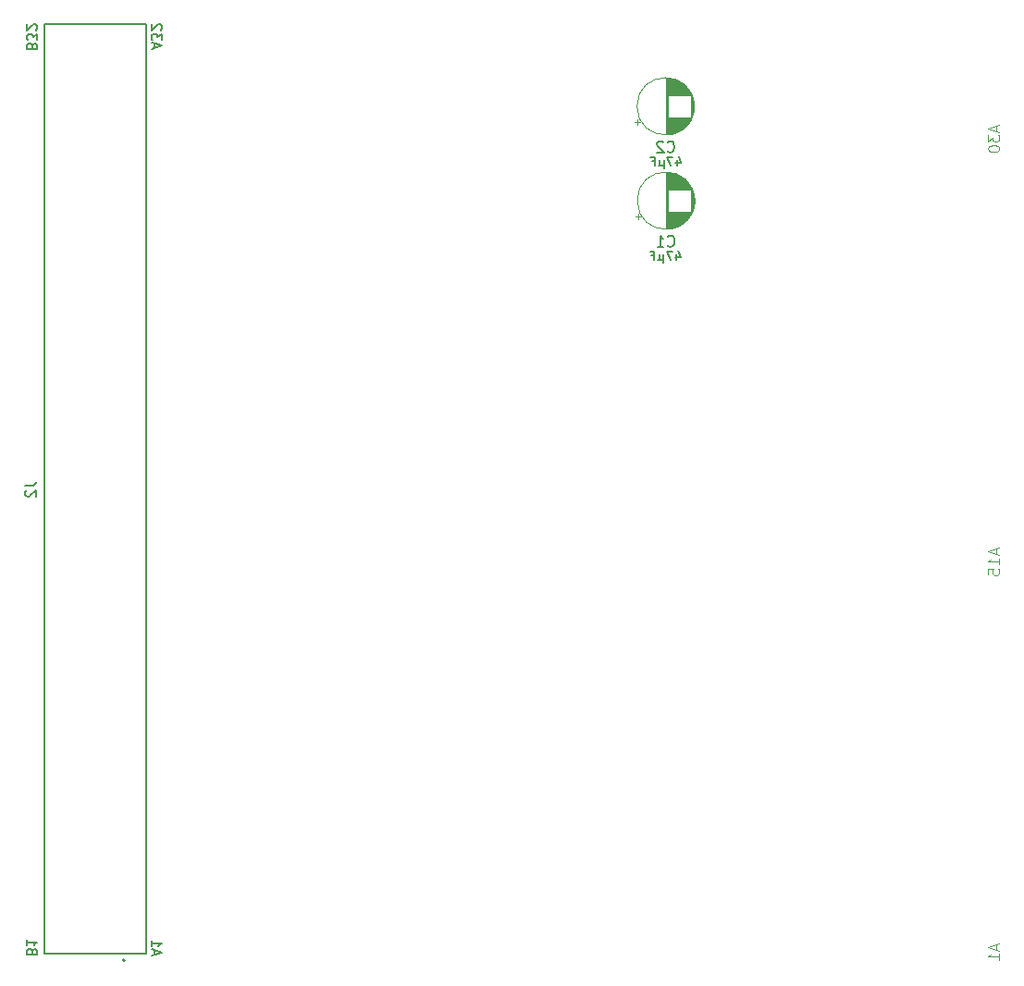
<source format=gbr>
%TF.GenerationSoftware,KiCad,Pcbnew,7.0.8*%
%TF.CreationDate,2023-12-05T21:31:03-08:00*%
%TF.ProjectId,Teradrive Mega CD Adapter,54657261-6472-4697-9665-204d65676120,1*%
%TF.SameCoordinates,Original*%
%TF.FileFunction,Legend,Bot*%
%TF.FilePolarity,Positive*%
%FSLAX46Y46*%
G04 Gerber Fmt 4.6, Leading zero omitted, Abs format (unit mm)*
G04 Created by KiCad (PCBNEW 7.0.8) date 2023-12-05 21:31:03*
%MOMM*%
%LPD*%
G01*
G04 APERTURE LIST*
%ADD10C,0.100000*%
%ADD11C,0.150000*%
%ADD12C,0.127000*%
%ADD13C,0.200000*%
%ADD14C,0.120000*%
G04 APERTURE END LIST*
D10*
X148875204Y-111127265D02*
X148875204Y-111603455D01*
X149160919Y-111032027D02*
X148160919Y-111365360D01*
X148160919Y-111365360D02*
X149160919Y-111698693D01*
X149160919Y-112555836D02*
X149160919Y-111984408D01*
X149160919Y-112270122D02*
X148160919Y-112270122D01*
X148160919Y-112270122D02*
X148303776Y-112174884D01*
X148303776Y-112174884D02*
X148399014Y-112079646D01*
X148399014Y-112079646D02*
X148446633Y-111984408D01*
X148160919Y-113460598D02*
X148160919Y-112984408D01*
X148160919Y-112984408D02*
X148637109Y-112936789D01*
X148637109Y-112936789D02*
X148589490Y-112984408D01*
X148589490Y-112984408D02*
X148541871Y-113079646D01*
X148541871Y-113079646D02*
X148541871Y-113317741D01*
X148541871Y-113317741D02*
X148589490Y-113412979D01*
X148589490Y-113412979D02*
X148637109Y-113460598D01*
X148637109Y-113460598D02*
X148732347Y-113508217D01*
X148732347Y-113508217D02*
X148970442Y-113508217D01*
X148970442Y-113508217D02*
X149065680Y-113460598D01*
X149065680Y-113460598D02*
X149113300Y-113412979D01*
X149113300Y-113412979D02*
X149160919Y-113317741D01*
X149160919Y-113317741D02*
X149160919Y-113079646D01*
X149160919Y-113079646D02*
X149113300Y-112984408D01*
X149113300Y-112984408D02*
X149065680Y-112936789D01*
X148875204Y-72392265D02*
X148875204Y-72868455D01*
X149160919Y-72297027D02*
X148160919Y-72630360D01*
X148160919Y-72630360D02*
X149160919Y-72963693D01*
X148160919Y-73201789D02*
X148160919Y-73820836D01*
X148160919Y-73820836D02*
X148541871Y-73487503D01*
X148541871Y-73487503D02*
X148541871Y-73630360D01*
X148541871Y-73630360D02*
X148589490Y-73725598D01*
X148589490Y-73725598D02*
X148637109Y-73773217D01*
X148637109Y-73773217D02*
X148732347Y-73820836D01*
X148732347Y-73820836D02*
X148970442Y-73820836D01*
X148970442Y-73820836D02*
X149065680Y-73773217D01*
X149065680Y-73773217D02*
X149113300Y-73725598D01*
X149113300Y-73725598D02*
X149160919Y-73630360D01*
X149160919Y-73630360D02*
X149160919Y-73344646D01*
X149160919Y-73344646D02*
X149113300Y-73249408D01*
X149113300Y-73249408D02*
X149065680Y-73201789D01*
X148160919Y-74439884D02*
X148160919Y-74535122D01*
X148160919Y-74535122D02*
X148208538Y-74630360D01*
X148208538Y-74630360D02*
X148256157Y-74677979D01*
X148256157Y-74677979D02*
X148351395Y-74725598D01*
X148351395Y-74725598D02*
X148541871Y-74773217D01*
X148541871Y-74773217D02*
X148779966Y-74773217D01*
X148779966Y-74773217D02*
X148970442Y-74725598D01*
X148970442Y-74725598D02*
X149065680Y-74677979D01*
X149065680Y-74677979D02*
X149113300Y-74630360D01*
X149113300Y-74630360D02*
X149160919Y-74535122D01*
X149160919Y-74535122D02*
X149160919Y-74439884D01*
X149160919Y-74439884D02*
X149113300Y-74344646D01*
X149113300Y-74344646D02*
X149065680Y-74297027D01*
X149065680Y-74297027D02*
X148970442Y-74249408D01*
X148970442Y-74249408D02*
X148779966Y-74201789D01*
X148779966Y-74201789D02*
X148541871Y-74201789D01*
X148541871Y-74201789D02*
X148351395Y-74249408D01*
X148351395Y-74249408D02*
X148256157Y-74297027D01*
X148256157Y-74297027D02*
X148208538Y-74344646D01*
X148208538Y-74344646D02*
X148160919Y-74439884D01*
X148875204Y-147322265D02*
X148875204Y-147798455D01*
X149160919Y-147227027D02*
X148160919Y-147560360D01*
X148160919Y-147560360D02*
X149160919Y-147893693D01*
X149160919Y-148750836D02*
X149160919Y-148179408D01*
X149160919Y-148465122D02*
X148160919Y-148465122D01*
X148160919Y-148465122D02*
X148303776Y-148369884D01*
X148303776Y-148369884D02*
X148399014Y-148274646D01*
X148399014Y-148274646D02*
X148446633Y-148179408D01*
D11*
X60020569Y-105334666D02*
X60734854Y-105334666D01*
X60734854Y-105334666D02*
X60877711Y-105287047D01*
X60877711Y-105287047D02*
X60972950Y-105191809D01*
X60972950Y-105191809D02*
X61020569Y-105048952D01*
X61020569Y-105048952D02*
X61020569Y-104953714D01*
X60115807Y-105763238D02*
X60068188Y-105810857D01*
X60068188Y-105810857D02*
X60020569Y-105906095D01*
X60020569Y-105906095D02*
X60020569Y-106144190D01*
X60020569Y-106144190D02*
X60068188Y-106239428D01*
X60068188Y-106239428D02*
X60115807Y-106287047D01*
X60115807Y-106287047D02*
X60211045Y-106334666D01*
X60211045Y-106334666D02*
X60306283Y-106334666D01*
X60306283Y-106334666D02*
X60449140Y-106287047D01*
X60449140Y-106287047D02*
X61020569Y-105715619D01*
X61020569Y-105715619D02*
X61020569Y-106334666D01*
X71846874Y-65264316D02*
X71846874Y-64835745D01*
X71589731Y-65350030D02*
X72489731Y-65050030D01*
X72489731Y-65050030D02*
X71589731Y-64750030D01*
X72489731Y-64535744D02*
X72489731Y-63978601D01*
X72489731Y-63978601D02*
X72146874Y-64278601D01*
X72146874Y-64278601D02*
X72146874Y-64150030D01*
X72146874Y-64150030D02*
X72104017Y-64064316D01*
X72104017Y-64064316D02*
X72061160Y-64021458D01*
X72061160Y-64021458D02*
X71975446Y-63978601D01*
X71975446Y-63978601D02*
X71761160Y-63978601D01*
X71761160Y-63978601D02*
X71675446Y-64021458D01*
X71675446Y-64021458D02*
X71632589Y-64064316D01*
X71632589Y-64064316D02*
X71589731Y-64150030D01*
X71589731Y-64150030D02*
X71589731Y-64407173D01*
X71589731Y-64407173D02*
X71632589Y-64492887D01*
X71632589Y-64492887D02*
X71675446Y-64535744D01*
X72404017Y-63635744D02*
X72446874Y-63592887D01*
X72446874Y-63592887D02*
X72489731Y-63507173D01*
X72489731Y-63507173D02*
X72489731Y-63292887D01*
X72489731Y-63292887D02*
X72446874Y-63207173D01*
X72446874Y-63207173D02*
X72404017Y-63164315D01*
X72404017Y-63164315D02*
X72318303Y-63121458D01*
X72318303Y-63121458D02*
X72232589Y-63121458D01*
X72232589Y-63121458D02*
X72104017Y-63164315D01*
X72104017Y-63164315D02*
X71589731Y-63678601D01*
X71589731Y-63678601D02*
X71589731Y-63121458D01*
X60653371Y-147942219D02*
X60610514Y-147813647D01*
X60610514Y-147813647D02*
X60567657Y-147770790D01*
X60567657Y-147770790D02*
X60481942Y-147727933D01*
X60481942Y-147727933D02*
X60353371Y-147727933D01*
X60353371Y-147727933D02*
X60267657Y-147770790D01*
X60267657Y-147770790D02*
X60224800Y-147813647D01*
X60224800Y-147813647D02*
X60181942Y-147899362D01*
X60181942Y-147899362D02*
X60181942Y-148242219D01*
X60181942Y-148242219D02*
X61081942Y-148242219D01*
X61081942Y-148242219D02*
X61081942Y-147942219D01*
X61081942Y-147942219D02*
X61039085Y-147856505D01*
X61039085Y-147856505D02*
X60996228Y-147813647D01*
X60996228Y-147813647D02*
X60910514Y-147770790D01*
X60910514Y-147770790D02*
X60824800Y-147770790D01*
X60824800Y-147770790D02*
X60739085Y-147813647D01*
X60739085Y-147813647D02*
X60696228Y-147856505D01*
X60696228Y-147856505D02*
X60653371Y-147942219D01*
X60653371Y-147942219D02*
X60653371Y-148242219D01*
X60181942Y-146870790D02*
X60181942Y-147385076D01*
X60181942Y-147127933D02*
X61081942Y-147127933D01*
X61081942Y-147127933D02*
X60953371Y-147213647D01*
X60953371Y-147213647D02*
X60867657Y-147299362D01*
X60867657Y-147299362D02*
X60824800Y-147385076D01*
X71846874Y-148285076D02*
X71846874Y-147856505D01*
X71589731Y-148370790D02*
X72489731Y-148070790D01*
X72489731Y-148070790D02*
X71589731Y-147770790D01*
X71589731Y-146999361D02*
X71589731Y-147513647D01*
X71589731Y-147256504D02*
X72489731Y-147256504D01*
X72489731Y-147256504D02*
X72361160Y-147342218D01*
X72361160Y-147342218D02*
X72275446Y-147427933D01*
X72275446Y-147427933D02*
X72232589Y-147513647D01*
X60653371Y-65050030D02*
X60610514Y-64921458D01*
X60610514Y-64921458D02*
X60567657Y-64878601D01*
X60567657Y-64878601D02*
X60481942Y-64835744D01*
X60481942Y-64835744D02*
X60353371Y-64835744D01*
X60353371Y-64835744D02*
X60267657Y-64878601D01*
X60267657Y-64878601D02*
X60224800Y-64921458D01*
X60224800Y-64921458D02*
X60181942Y-65007173D01*
X60181942Y-65007173D02*
X60181942Y-65350030D01*
X60181942Y-65350030D02*
X61081942Y-65350030D01*
X61081942Y-65350030D02*
X61081942Y-65050030D01*
X61081942Y-65050030D02*
X61039085Y-64964316D01*
X61039085Y-64964316D02*
X60996228Y-64921458D01*
X60996228Y-64921458D02*
X60910514Y-64878601D01*
X60910514Y-64878601D02*
X60824800Y-64878601D01*
X60824800Y-64878601D02*
X60739085Y-64921458D01*
X60739085Y-64921458D02*
X60696228Y-64964316D01*
X60696228Y-64964316D02*
X60653371Y-65050030D01*
X60653371Y-65050030D02*
X60653371Y-65350030D01*
X61081942Y-64535744D02*
X61081942Y-63978601D01*
X61081942Y-63978601D02*
X60739085Y-64278601D01*
X60739085Y-64278601D02*
X60739085Y-64150030D01*
X60739085Y-64150030D02*
X60696228Y-64064316D01*
X60696228Y-64064316D02*
X60653371Y-64021458D01*
X60653371Y-64021458D02*
X60567657Y-63978601D01*
X60567657Y-63978601D02*
X60353371Y-63978601D01*
X60353371Y-63978601D02*
X60267657Y-64021458D01*
X60267657Y-64021458D02*
X60224800Y-64064316D01*
X60224800Y-64064316D02*
X60181942Y-64150030D01*
X60181942Y-64150030D02*
X60181942Y-64407173D01*
X60181942Y-64407173D02*
X60224800Y-64492887D01*
X60224800Y-64492887D02*
X60267657Y-64535744D01*
X60996228Y-63635744D02*
X61039085Y-63592887D01*
X61039085Y-63592887D02*
X61081942Y-63507173D01*
X61081942Y-63507173D02*
X61081942Y-63292887D01*
X61081942Y-63292887D02*
X61039085Y-63207173D01*
X61039085Y-63207173D02*
X60996228Y-63164315D01*
X60996228Y-63164315D02*
X60910514Y-63121458D01*
X60910514Y-63121458D02*
X60824800Y-63121458D01*
X60824800Y-63121458D02*
X60696228Y-63164315D01*
X60696228Y-63164315D02*
X60181942Y-63678601D01*
X60181942Y-63678601D02*
X60181942Y-63121458D01*
X118804666Y-74721580D02*
X118852285Y-74769200D01*
X118852285Y-74769200D02*
X118995142Y-74816819D01*
X118995142Y-74816819D02*
X119090380Y-74816819D01*
X119090380Y-74816819D02*
X119233237Y-74769200D01*
X119233237Y-74769200D02*
X119328475Y-74673961D01*
X119328475Y-74673961D02*
X119376094Y-74578723D01*
X119376094Y-74578723D02*
X119423713Y-74388247D01*
X119423713Y-74388247D02*
X119423713Y-74245390D01*
X119423713Y-74245390D02*
X119376094Y-74054914D01*
X119376094Y-74054914D02*
X119328475Y-73959676D01*
X119328475Y-73959676D02*
X119233237Y-73864438D01*
X119233237Y-73864438D02*
X119090380Y-73816819D01*
X119090380Y-73816819D02*
X118995142Y-73816819D01*
X118995142Y-73816819D02*
X118852285Y-73864438D01*
X118852285Y-73864438D02*
X118804666Y-73912057D01*
X118423713Y-73912057D02*
X118376094Y-73864438D01*
X118376094Y-73864438D02*
X118280856Y-73816819D01*
X118280856Y-73816819D02*
X118042761Y-73816819D01*
X118042761Y-73816819D02*
X117947523Y-73864438D01*
X117947523Y-73864438D02*
X117899904Y-73912057D01*
X117899904Y-73912057D02*
X117852285Y-74007295D01*
X117852285Y-74007295D02*
X117852285Y-74102533D01*
X117852285Y-74102533D02*
X117899904Y-74245390D01*
X117899904Y-74245390D02*
X118471332Y-74816819D01*
X118471332Y-74816819D02*
X117852285Y-74816819D01*
X119648475Y-75520961D02*
X119648475Y-76054295D01*
X119838951Y-75216200D02*
X120029428Y-75787628D01*
X120029428Y-75787628D02*
X119534189Y-75787628D01*
X119305618Y-75254295D02*
X118772284Y-75254295D01*
X118772284Y-75254295D02*
X119115142Y-76054295D01*
X118467522Y-75520961D02*
X118467522Y-76320961D01*
X118086570Y-75940009D02*
X118048475Y-76016200D01*
X118048475Y-76016200D02*
X117972284Y-76054295D01*
X118467522Y-75940009D02*
X118429427Y-76016200D01*
X118429427Y-76016200D02*
X118353237Y-76054295D01*
X118353237Y-76054295D02*
X118200856Y-76054295D01*
X118200856Y-76054295D02*
X118124665Y-76016200D01*
X118124665Y-76016200D02*
X118086570Y-75940009D01*
X118086570Y-75940009D02*
X118086570Y-75520961D01*
X117362761Y-75635247D02*
X117629427Y-75635247D01*
X117629427Y-76054295D02*
X117629427Y-75254295D01*
X117629427Y-75254295D02*
X117248475Y-75254295D01*
X118829553Y-83357580D02*
X118877172Y-83405200D01*
X118877172Y-83405200D02*
X119020029Y-83452819D01*
X119020029Y-83452819D02*
X119115267Y-83452819D01*
X119115267Y-83452819D02*
X119258124Y-83405200D01*
X119258124Y-83405200D02*
X119353362Y-83309961D01*
X119353362Y-83309961D02*
X119400981Y-83214723D01*
X119400981Y-83214723D02*
X119448600Y-83024247D01*
X119448600Y-83024247D02*
X119448600Y-82881390D01*
X119448600Y-82881390D02*
X119400981Y-82690914D01*
X119400981Y-82690914D02*
X119353362Y-82595676D01*
X119353362Y-82595676D02*
X119258124Y-82500438D01*
X119258124Y-82500438D02*
X119115267Y-82452819D01*
X119115267Y-82452819D02*
X119020029Y-82452819D01*
X119020029Y-82452819D02*
X118877172Y-82500438D01*
X118877172Y-82500438D02*
X118829553Y-82548057D01*
X117877172Y-83452819D02*
X118448600Y-83452819D01*
X118162886Y-83452819D02*
X118162886Y-82452819D01*
X118162886Y-82452819D02*
X118258124Y-82595676D01*
X118258124Y-82595676D02*
X118353362Y-82690914D01*
X118353362Y-82690914D02*
X118448600Y-82738533D01*
X119608475Y-84156961D02*
X119608475Y-84690295D01*
X119798951Y-83852200D02*
X119989428Y-84423628D01*
X119989428Y-84423628D02*
X119494189Y-84423628D01*
X119265618Y-83890295D02*
X118732284Y-83890295D01*
X118732284Y-83890295D02*
X119075142Y-84690295D01*
X118427522Y-84156961D02*
X118427522Y-84956961D01*
X118046570Y-84576009D02*
X118008475Y-84652200D01*
X118008475Y-84652200D02*
X117932284Y-84690295D01*
X118427522Y-84576009D02*
X118389427Y-84652200D01*
X118389427Y-84652200D02*
X118313237Y-84690295D01*
X118313237Y-84690295D02*
X118160856Y-84690295D01*
X118160856Y-84690295D02*
X118084665Y-84652200D01*
X118084665Y-84652200D02*
X118046570Y-84576009D01*
X118046570Y-84576009D02*
X118046570Y-84156961D01*
X117322761Y-84271247D02*
X117589427Y-84271247D01*
X117589427Y-84690295D02*
X117589427Y-83890295D01*
X117589427Y-83890295D02*
X117208475Y-83890295D01*
D12*
%TO.C,J2*%
X61739000Y-148213000D02*
X71089000Y-148213000D01*
X61739000Y-148213000D02*
X61739000Y-63123000D01*
D11*
X61739000Y-63123000D02*
X71089000Y-63123000D01*
D12*
X63389000Y-63123000D02*
X69439000Y-63123000D01*
X71089000Y-63123000D02*
X71089000Y-148213000D01*
D13*
X69144000Y-148788000D02*
G75*
G03*
X69144000Y-148788000I-100000J0D01*
G01*
D14*
%TO.C,C2*%
X115833225Y-72087000D02*
X116333225Y-72087000D01*
X116083225Y-72337000D02*
X116083225Y-71837000D01*
X118638000Y-73192000D02*
X118638000Y-68032000D01*
X118678000Y-73192000D02*
X118678000Y-68032000D01*
X118718000Y-73191000D02*
X118718000Y-68033000D01*
X118758000Y-73190000D02*
X118758000Y-68034000D01*
X118798000Y-73188000D02*
X118798000Y-68036000D01*
X118838000Y-73185000D02*
X118838000Y-68039000D01*
X118878000Y-69572000D02*
X118878000Y-68043000D01*
X118878000Y-73181000D02*
X118878000Y-71652000D01*
X118918000Y-69572000D02*
X118918000Y-68047000D01*
X118918000Y-73177000D02*
X118918000Y-71652000D01*
X118958000Y-69572000D02*
X118958000Y-68051000D01*
X118958000Y-73173000D02*
X118958000Y-71652000D01*
X118998000Y-69572000D02*
X118998000Y-68056000D01*
X118998000Y-73168000D02*
X118998000Y-71652000D01*
X119038000Y-69572000D02*
X119038000Y-68062000D01*
X119038000Y-73162000D02*
X119038000Y-71652000D01*
X119078000Y-69572000D02*
X119078000Y-68069000D01*
X119078000Y-73155000D02*
X119078000Y-71652000D01*
X119118000Y-69572000D02*
X119118000Y-68076000D01*
X119118000Y-73148000D02*
X119118000Y-71652000D01*
X119158000Y-69572000D02*
X119158000Y-68084000D01*
X119158000Y-73140000D02*
X119158000Y-71652000D01*
X119198000Y-69572000D02*
X119198000Y-68092000D01*
X119198000Y-73132000D02*
X119198000Y-71652000D01*
X119238000Y-69572000D02*
X119238000Y-68101000D01*
X119238000Y-73123000D02*
X119238000Y-71652000D01*
X119278000Y-69572000D02*
X119278000Y-68111000D01*
X119278000Y-73113000D02*
X119278000Y-71652000D01*
X119318000Y-69572000D02*
X119318000Y-68121000D01*
X119318000Y-73103000D02*
X119318000Y-71652000D01*
X119359000Y-69572000D02*
X119359000Y-68132000D01*
X119359000Y-73092000D02*
X119359000Y-71652000D01*
X119399000Y-69572000D02*
X119399000Y-68144000D01*
X119399000Y-73080000D02*
X119399000Y-71652000D01*
X119439000Y-69572000D02*
X119439000Y-68157000D01*
X119439000Y-73067000D02*
X119439000Y-71652000D01*
X119479000Y-69572000D02*
X119479000Y-68170000D01*
X119479000Y-73054000D02*
X119479000Y-71652000D01*
X119519000Y-69572000D02*
X119519000Y-68184000D01*
X119519000Y-73040000D02*
X119519000Y-71652000D01*
X119559000Y-69572000D02*
X119559000Y-68198000D01*
X119559000Y-73026000D02*
X119559000Y-71652000D01*
X119599000Y-69572000D02*
X119599000Y-68214000D01*
X119599000Y-73010000D02*
X119599000Y-71652000D01*
X119639000Y-69572000D02*
X119639000Y-68230000D01*
X119639000Y-72994000D02*
X119639000Y-71652000D01*
X119679000Y-69572000D02*
X119679000Y-68247000D01*
X119679000Y-72977000D02*
X119679000Y-71652000D01*
X119719000Y-69572000D02*
X119719000Y-68264000D01*
X119719000Y-72960000D02*
X119719000Y-71652000D01*
X119759000Y-69572000D02*
X119759000Y-68283000D01*
X119759000Y-72941000D02*
X119759000Y-71652000D01*
X119799000Y-69572000D02*
X119799000Y-68302000D01*
X119799000Y-72922000D02*
X119799000Y-71652000D01*
X119839000Y-69572000D02*
X119839000Y-68322000D01*
X119839000Y-72902000D02*
X119839000Y-71652000D01*
X119879000Y-69572000D02*
X119879000Y-68344000D01*
X119879000Y-72880000D02*
X119879000Y-71652000D01*
X119919000Y-69572000D02*
X119919000Y-68365000D01*
X119919000Y-72859000D02*
X119919000Y-71652000D01*
X119959000Y-69572000D02*
X119959000Y-68388000D01*
X119959000Y-72836000D02*
X119959000Y-71652000D01*
X119999000Y-69572000D02*
X119999000Y-68412000D01*
X119999000Y-72812000D02*
X119999000Y-71652000D01*
X120039000Y-69572000D02*
X120039000Y-68437000D01*
X120039000Y-72787000D02*
X120039000Y-71652000D01*
X120079000Y-69572000D02*
X120079000Y-68463000D01*
X120079000Y-72761000D02*
X120079000Y-71652000D01*
X120119000Y-69572000D02*
X120119000Y-68490000D01*
X120119000Y-72734000D02*
X120119000Y-71652000D01*
X120159000Y-69572000D02*
X120159000Y-68517000D01*
X120159000Y-72707000D02*
X120159000Y-71652000D01*
X120199000Y-69572000D02*
X120199000Y-68547000D01*
X120199000Y-72677000D02*
X120199000Y-71652000D01*
X120239000Y-69572000D02*
X120239000Y-68577000D01*
X120239000Y-72647000D02*
X120239000Y-71652000D01*
X120279000Y-69572000D02*
X120279000Y-68608000D01*
X120279000Y-72616000D02*
X120279000Y-71652000D01*
X120319000Y-69572000D02*
X120319000Y-68641000D01*
X120319000Y-72583000D02*
X120319000Y-71652000D01*
X120359000Y-69572000D02*
X120359000Y-68675000D01*
X120359000Y-72549000D02*
X120359000Y-71652000D01*
X120399000Y-69572000D02*
X120399000Y-68711000D01*
X120399000Y-72513000D02*
X120399000Y-71652000D01*
X120439000Y-69572000D02*
X120439000Y-68748000D01*
X120439000Y-72476000D02*
X120439000Y-71652000D01*
X120479000Y-69572000D02*
X120479000Y-68786000D01*
X120479000Y-72438000D02*
X120479000Y-71652000D01*
X120519000Y-69572000D02*
X120519000Y-68827000D01*
X120519000Y-72397000D02*
X120519000Y-71652000D01*
X120559000Y-69572000D02*
X120559000Y-68869000D01*
X120559000Y-72355000D02*
X120559000Y-71652000D01*
X120599000Y-69572000D02*
X120599000Y-68913000D01*
X120599000Y-72311000D02*
X120599000Y-71652000D01*
X120639000Y-69572000D02*
X120639000Y-68959000D01*
X120639000Y-72265000D02*
X120639000Y-71652000D01*
X120679000Y-69572000D02*
X120679000Y-69007000D01*
X120679000Y-72217000D02*
X120679000Y-71652000D01*
X120719000Y-69572000D02*
X120719000Y-69058000D01*
X120719000Y-72166000D02*
X120719000Y-71652000D01*
X120759000Y-69572000D02*
X120759000Y-69112000D01*
X120759000Y-72112000D02*
X120759000Y-71652000D01*
X120799000Y-69572000D02*
X120799000Y-69169000D01*
X120799000Y-72055000D02*
X120799000Y-71652000D01*
X120839000Y-69572000D02*
X120839000Y-69229000D01*
X120839000Y-71995000D02*
X120839000Y-71652000D01*
X120879000Y-69572000D02*
X120879000Y-69293000D01*
X120879000Y-71931000D02*
X120879000Y-71652000D01*
X120919000Y-69572000D02*
X120919000Y-69361000D01*
X120919000Y-71863000D02*
X120919000Y-71652000D01*
X120959000Y-71790000D02*
X120959000Y-69434000D01*
X120999000Y-71710000D02*
X120999000Y-69514000D01*
X121039000Y-71623000D02*
X121039000Y-69601000D01*
X121079000Y-71527000D02*
X121079000Y-69697000D01*
X121119000Y-71417000D02*
X121119000Y-69807000D01*
X121159000Y-71289000D02*
X121159000Y-69935000D01*
X121199000Y-71130000D02*
X121199000Y-70094000D01*
X121239000Y-70896000D02*
X121239000Y-70328000D01*
X121258000Y-70612000D02*
G75*
G03*
X121258000Y-70612000I-2620000J0D01*
G01*
%TO.C,C1*%
X115858112Y-80723000D02*
X116358112Y-80723000D01*
X116108112Y-80973000D02*
X116108112Y-80473000D01*
X118662887Y-81828000D02*
X118662887Y-76668000D01*
X118702887Y-81828000D02*
X118702887Y-76668000D01*
X118742887Y-81827000D02*
X118742887Y-76669000D01*
X118782887Y-81826000D02*
X118782887Y-76670000D01*
X118822887Y-81824000D02*
X118822887Y-76672000D01*
X118862887Y-81821000D02*
X118862887Y-76675000D01*
X118902887Y-78208000D02*
X118902887Y-76679000D01*
X118902887Y-81817000D02*
X118902887Y-80288000D01*
X118942887Y-78208000D02*
X118942887Y-76683000D01*
X118942887Y-81813000D02*
X118942887Y-80288000D01*
X118982887Y-78208000D02*
X118982887Y-76687000D01*
X118982887Y-81809000D02*
X118982887Y-80288000D01*
X119022887Y-78208000D02*
X119022887Y-76692000D01*
X119022887Y-81804000D02*
X119022887Y-80288000D01*
X119062887Y-78208000D02*
X119062887Y-76698000D01*
X119062887Y-81798000D02*
X119062887Y-80288000D01*
X119102887Y-78208000D02*
X119102887Y-76705000D01*
X119102887Y-81791000D02*
X119102887Y-80288000D01*
X119142887Y-78208000D02*
X119142887Y-76712000D01*
X119142887Y-81784000D02*
X119142887Y-80288000D01*
X119182887Y-78208000D02*
X119182887Y-76720000D01*
X119182887Y-81776000D02*
X119182887Y-80288000D01*
X119222887Y-78208000D02*
X119222887Y-76728000D01*
X119222887Y-81768000D02*
X119222887Y-80288000D01*
X119262887Y-78208000D02*
X119262887Y-76737000D01*
X119262887Y-81759000D02*
X119262887Y-80288000D01*
X119302887Y-78208000D02*
X119302887Y-76747000D01*
X119302887Y-81749000D02*
X119302887Y-80288000D01*
X119342887Y-78208000D02*
X119342887Y-76757000D01*
X119342887Y-81739000D02*
X119342887Y-80288000D01*
X119383887Y-78208000D02*
X119383887Y-76768000D01*
X119383887Y-81728000D02*
X119383887Y-80288000D01*
X119423887Y-78208000D02*
X119423887Y-76780000D01*
X119423887Y-81716000D02*
X119423887Y-80288000D01*
X119463887Y-78208000D02*
X119463887Y-76793000D01*
X119463887Y-81703000D02*
X119463887Y-80288000D01*
X119503887Y-78208000D02*
X119503887Y-76806000D01*
X119503887Y-81690000D02*
X119503887Y-80288000D01*
X119543887Y-78208000D02*
X119543887Y-76820000D01*
X119543887Y-81676000D02*
X119543887Y-80288000D01*
X119583887Y-78208000D02*
X119583887Y-76834000D01*
X119583887Y-81662000D02*
X119583887Y-80288000D01*
X119623887Y-78208000D02*
X119623887Y-76850000D01*
X119623887Y-81646000D02*
X119623887Y-80288000D01*
X119663887Y-78208000D02*
X119663887Y-76866000D01*
X119663887Y-81630000D02*
X119663887Y-80288000D01*
X119703887Y-78208000D02*
X119703887Y-76883000D01*
X119703887Y-81613000D02*
X119703887Y-80288000D01*
X119743887Y-78208000D02*
X119743887Y-76900000D01*
X119743887Y-81596000D02*
X119743887Y-80288000D01*
X119783887Y-78208000D02*
X119783887Y-76919000D01*
X119783887Y-81577000D02*
X119783887Y-80288000D01*
X119823887Y-78208000D02*
X119823887Y-76938000D01*
X119823887Y-81558000D02*
X119823887Y-80288000D01*
X119863887Y-78208000D02*
X119863887Y-76958000D01*
X119863887Y-81538000D02*
X119863887Y-80288000D01*
X119903887Y-78208000D02*
X119903887Y-76980000D01*
X119903887Y-81516000D02*
X119903887Y-80288000D01*
X119943887Y-78208000D02*
X119943887Y-77001000D01*
X119943887Y-81495000D02*
X119943887Y-80288000D01*
X119983887Y-78208000D02*
X119983887Y-77024000D01*
X119983887Y-81472000D02*
X119983887Y-80288000D01*
X120023887Y-78208000D02*
X120023887Y-77048000D01*
X120023887Y-81448000D02*
X120023887Y-80288000D01*
X120063887Y-78208000D02*
X120063887Y-77073000D01*
X120063887Y-81423000D02*
X120063887Y-80288000D01*
X120103887Y-78208000D02*
X120103887Y-77099000D01*
X120103887Y-81397000D02*
X120103887Y-80288000D01*
X120143887Y-78208000D02*
X120143887Y-77126000D01*
X120143887Y-81370000D02*
X120143887Y-80288000D01*
X120183887Y-78208000D02*
X120183887Y-77153000D01*
X120183887Y-81343000D02*
X120183887Y-80288000D01*
X120223887Y-78208000D02*
X120223887Y-77183000D01*
X120223887Y-81313000D02*
X120223887Y-80288000D01*
X120263887Y-78208000D02*
X120263887Y-77213000D01*
X120263887Y-81283000D02*
X120263887Y-80288000D01*
X120303887Y-78208000D02*
X120303887Y-77244000D01*
X120303887Y-81252000D02*
X120303887Y-80288000D01*
X120343887Y-78208000D02*
X120343887Y-77277000D01*
X120343887Y-81219000D02*
X120343887Y-80288000D01*
X120383887Y-78208000D02*
X120383887Y-77311000D01*
X120383887Y-81185000D02*
X120383887Y-80288000D01*
X120423887Y-78208000D02*
X120423887Y-77347000D01*
X120423887Y-81149000D02*
X120423887Y-80288000D01*
X120463887Y-78208000D02*
X120463887Y-77384000D01*
X120463887Y-81112000D02*
X120463887Y-80288000D01*
X120503887Y-78208000D02*
X120503887Y-77422000D01*
X120503887Y-81074000D02*
X120503887Y-80288000D01*
X120543887Y-78208000D02*
X120543887Y-77463000D01*
X120543887Y-81033000D02*
X120543887Y-80288000D01*
X120583887Y-78208000D02*
X120583887Y-77505000D01*
X120583887Y-80991000D02*
X120583887Y-80288000D01*
X120623887Y-78208000D02*
X120623887Y-77549000D01*
X120623887Y-80947000D02*
X120623887Y-80288000D01*
X120663887Y-78208000D02*
X120663887Y-77595000D01*
X120663887Y-80901000D02*
X120663887Y-80288000D01*
X120703887Y-78208000D02*
X120703887Y-77643000D01*
X120703887Y-80853000D02*
X120703887Y-80288000D01*
X120743887Y-78208000D02*
X120743887Y-77694000D01*
X120743887Y-80802000D02*
X120743887Y-80288000D01*
X120783887Y-78208000D02*
X120783887Y-77748000D01*
X120783887Y-80748000D02*
X120783887Y-80288000D01*
X120823887Y-78208000D02*
X120823887Y-77805000D01*
X120823887Y-80691000D02*
X120823887Y-80288000D01*
X120863887Y-78208000D02*
X120863887Y-77865000D01*
X120863887Y-80631000D02*
X120863887Y-80288000D01*
X120903887Y-78208000D02*
X120903887Y-77929000D01*
X120903887Y-80567000D02*
X120903887Y-80288000D01*
X120943887Y-78208000D02*
X120943887Y-77997000D01*
X120943887Y-80499000D02*
X120943887Y-80288000D01*
X120983887Y-80426000D02*
X120983887Y-78070000D01*
X121023887Y-80346000D02*
X121023887Y-78150000D01*
X121063887Y-80259000D02*
X121063887Y-78237000D01*
X121103887Y-80163000D02*
X121103887Y-78333000D01*
X121143887Y-80053000D02*
X121143887Y-78443000D01*
X121183887Y-79925000D02*
X121183887Y-78571000D01*
X121223887Y-79766000D02*
X121223887Y-78730000D01*
X121263887Y-79532000D02*
X121263887Y-78964000D01*
X121282887Y-79248000D02*
G75*
G03*
X121282887Y-79248000I-2620000J0D01*
G01*
%TD*%
M02*

</source>
